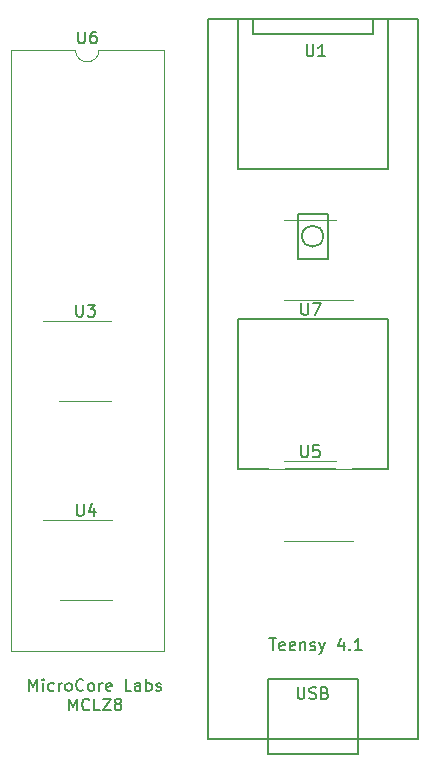
<source format=gto>
G04 #@! TF.GenerationSoftware,KiCad,Pcbnew,(5.1.8)-1*
G04 #@! TF.CreationDate,2022-03-12T16:36:43-08:00*
G04 #@! TF.ProjectId,MCLZ8_PCB,4d434c5a-385f-4504-9342-2e6b69636164,rev?*
G04 #@! TF.SameCoordinates,Original*
G04 #@! TF.FileFunction,Legend,Top*
G04 #@! TF.FilePolarity,Positive*
%FSLAX46Y46*%
G04 Gerber Fmt 4.6, Leading zero omitted, Abs format (unit mm)*
G04 Created by KiCad (PCBNEW (5.1.8)-1) date 2022-03-12 16:36:43*
%MOMM*%
%LPD*%
G01*
G04 APERTURE LIST*
%ADD10C,0.150000*%
%ADD11C,0.120000*%
%ADD12O,1.600000X1.600000*%
%ADD13R,1.600000X1.600000*%
%ADD14C,1.600000*%
G04 APERTURE END LIST*
D10*
X161942520Y-110864140D02*
X161942520Y-109864140D01*
X162275854Y-110578426D01*
X162609187Y-109864140D01*
X162609187Y-110864140D01*
X163085378Y-110864140D02*
X163085378Y-110197474D01*
X163085378Y-109864140D02*
X163037759Y-109911760D01*
X163085378Y-109959379D01*
X163132997Y-109911760D01*
X163085378Y-109864140D01*
X163085378Y-109959379D01*
X163990140Y-110816521D02*
X163894901Y-110864140D01*
X163704425Y-110864140D01*
X163609187Y-110816521D01*
X163561568Y-110768902D01*
X163513949Y-110673664D01*
X163513949Y-110387950D01*
X163561568Y-110292712D01*
X163609187Y-110245093D01*
X163704425Y-110197474D01*
X163894901Y-110197474D01*
X163990140Y-110245093D01*
X164418711Y-110864140D02*
X164418711Y-110197474D01*
X164418711Y-110387950D02*
X164466330Y-110292712D01*
X164513949Y-110245093D01*
X164609187Y-110197474D01*
X164704425Y-110197474D01*
X165180616Y-110864140D02*
X165085378Y-110816521D01*
X165037759Y-110768902D01*
X164990140Y-110673664D01*
X164990140Y-110387950D01*
X165037759Y-110292712D01*
X165085378Y-110245093D01*
X165180616Y-110197474D01*
X165323473Y-110197474D01*
X165418711Y-110245093D01*
X165466330Y-110292712D01*
X165513949Y-110387950D01*
X165513949Y-110673664D01*
X165466330Y-110768902D01*
X165418711Y-110816521D01*
X165323473Y-110864140D01*
X165180616Y-110864140D01*
X166513949Y-110768902D02*
X166466330Y-110816521D01*
X166323473Y-110864140D01*
X166228235Y-110864140D01*
X166085378Y-110816521D01*
X165990140Y-110721283D01*
X165942520Y-110626045D01*
X165894901Y-110435569D01*
X165894901Y-110292712D01*
X165942520Y-110102236D01*
X165990140Y-110006998D01*
X166085378Y-109911760D01*
X166228235Y-109864140D01*
X166323473Y-109864140D01*
X166466330Y-109911760D01*
X166513949Y-109959379D01*
X167085378Y-110864140D02*
X166990140Y-110816521D01*
X166942520Y-110768902D01*
X166894901Y-110673664D01*
X166894901Y-110387950D01*
X166942520Y-110292712D01*
X166990140Y-110245093D01*
X167085378Y-110197474D01*
X167228235Y-110197474D01*
X167323473Y-110245093D01*
X167371092Y-110292712D01*
X167418711Y-110387950D01*
X167418711Y-110673664D01*
X167371092Y-110768902D01*
X167323473Y-110816521D01*
X167228235Y-110864140D01*
X167085378Y-110864140D01*
X167847282Y-110864140D02*
X167847282Y-110197474D01*
X167847282Y-110387950D02*
X167894901Y-110292712D01*
X167942520Y-110245093D01*
X168037759Y-110197474D01*
X168132997Y-110197474D01*
X168847282Y-110816521D02*
X168752044Y-110864140D01*
X168561568Y-110864140D01*
X168466330Y-110816521D01*
X168418711Y-110721283D01*
X168418711Y-110340331D01*
X168466330Y-110245093D01*
X168561568Y-110197474D01*
X168752044Y-110197474D01*
X168847282Y-110245093D01*
X168894901Y-110340331D01*
X168894901Y-110435569D01*
X168418711Y-110530807D01*
X170561568Y-110864140D02*
X170085378Y-110864140D01*
X170085378Y-109864140D01*
X171323473Y-110864140D02*
X171323473Y-110340331D01*
X171275854Y-110245093D01*
X171180616Y-110197474D01*
X170990140Y-110197474D01*
X170894901Y-110245093D01*
X171323473Y-110816521D02*
X171228235Y-110864140D01*
X170990140Y-110864140D01*
X170894901Y-110816521D01*
X170847282Y-110721283D01*
X170847282Y-110626045D01*
X170894901Y-110530807D01*
X170990140Y-110483188D01*
X171228235Y-110483188D01*
X171323473Y-110435569D01*
X171799663Y-110864140D02*
X171799663Y-109864140D01*
X171799663Y-110245093D02*
X171894901Y-110197474D01*
X172085378Y-110197474D01*
X172180616Y-110245093D01*
X172228235Y-110292712D01*
X172275854Y-110387950D01*
X172275854Y-110673664D01*
X172228235Y-110768902D01*
X172180616Y-110816521D01*
X172085378Y-110864140D01*
X171894901Y-110864140D01*
X171799663Y-110816521D01*
X172656806Y-110816521D02*
X172752044Y-110864140D01*
X172942520Y-110864140D01*
X173037759Y-110816521D01*
X173085378Y-110721283D01*
X173085378Y-110673664D01*
X173037759Y-110578426D01*
X172942520Y-110530807D01*
X172799663Y-110530807D01*
X172704425Y-110483188D01*
X172656806Y-110387950D01*
X172656806Y-110340331D01*
X172704425Y-110245093D01*
X172799663Y-110197474D01*
X172942520Y-110197474D01*
X173037759Y-110245093D01*
X165299663Y-112514140D02*
X165299663Y-111514140D01*
X165632997Y-112228426D01*
X165966330Y-111514140D01*
X165966330Y-112514140D01*
X167013949Y-112418902D02*
X166966330Y-112466521D01*
X166823473Y-112514140D01*
X166728235Y-112514140D01*
X166585378Y-112466521D01*
X166490140Y-112371283D01*
X166442520Y-112276045D01*
X166394901Y-112085569D01*
X166394901Y-111942712D01*
X166442520Y-111752236D01*
X166490140Y-111656998D01*
X166585378Y-111561760D01*
X166728235Y-111514140D01*
X166823473Y-111514140D01*
X166966330Y-111561760D01*
X167013949Y-111609379D01*
X167918711Y-112514140D02*
X167442520Y-112514140D01*
X167442520Y-111514140D01*
X168156806Y-111514140D02*
X168823473Y-111514140D01*
X168156806Y-112514140D01*
X168823473Y-112514140D01*
X169347282Y-111942712D02*
X169252044Y-111895093D01*
X169204425Y-111847474D01*
X169156806Y-111752236D01*
X169156806Y-111704617D01*
X169204425Y-111609379D01*
X169252044Y-111561760D01*
X169347282Y-111514140D01*
X169537759Y-111514140D01*
X169632997Y-111561760D01*
X169680616Y-111609379D01*
X169728235Y-111704617D01*
X169728235Y-111752236D01*
X169680616Y-111847474D01*
X169632997Y-111895093D01*
X169537759Y-111942712D01*
X169347282Y-111942712D01*
X169252044Y-111990331D01*
X169204425Y-112037950D01*
X169156806Y-112133188D01*
X169156806Y-112323664D01*
X169204425Y-112418902D01*
X169252044Y-112466521D01*
X169347282Y-112514140D01*
X169537759Y-112514140D01*
X169632997Y-112466521D01*
X169680616Y-112418902D01*
X169728235Y-112323664D01*
X169728235Y-112133188D01*
X169680616Y-112037950D01*
X169632997Y-111990331D01*
X169537759Y-111942712D01*
D11*
X165832280Y-56599780D02*
X160372280Y-56599780D01*
X160372280Y-56599780D02*
X160372280Y-107519780D01*
X160372280Y-107519780D02*
X173292280Y-107519780D01*
X173292280Y-107519780D02*
X173292280Y-56599780D01*
X173292280Y-56599780D02*
X167832280Y-56599780D01*
X167832280Y-56599780D02*
G75*
G02*
X165832280Y-56599780I-1000000J0D01*
G01*
X185729880Y-70991280D02*
X183529880Y-70991280D01*
X185729880Y-70991280D02*
X187929880Y-70991280D01*
X185729880Y-77761280D02*
X183529880Y-77761280D01*
X185729880Y-77761280D02*
X189329880Y-77761280D01*
X185729880Y-91410340D02*
X183529880Y-91410340D01*
X185729880Y-91410340D02*
X187929880Y-91410340D01*
X185729880Y-98180340D02*
X183529880Y-98180340D01*
X185729880Y-98180340D02*
X189329880Y-98180340D01*
X166720520Y-103181600D02*
X168920520Y-103181600D01*
X166720520Y-103181600D02*
X164520520Y-103181600D01*
X166720520Y-96411600D02*
X168920520Y-96411600D01*
X166720520Y-96411600D02*
X163120520Y-96411600D01*
X166667180Y-86305840D02*
X168867180Y-86305840D01*
X166667180Y-86305840D02*
X164467180Y-86305840D01*
X166667180Y-79535840D02*
X168867180Y-79535840D01*
X166667180Y-79535840D02*
X163067180Y-79535840D01*
D10*
X194800220Y-114914680D02*
X177020220Y-114914680D01*
X194800220Y-53954680D02*
X194800220Y-114914680D01*
X177020220Y-53954680D02*
X194800220Y-53954680D01*
X177020220Y-114914680D02*
X177020220Y-53954680D01*
X189720220Y-109834680D02*
X189720220Y-114914680D01*
X182100220Y-109834680D02*
X182100220Y-114914680D01*
X189720220Y-109834680D02*
X182100220Y-109834680D01*
X182100220Y-116184680D02*
X182100220Y-114914680D01*
X189720220Y-116184680D02*
X182100220Y-116184680D01*
X189720220Y-114914680D02*
X189720220Y-116184680D01*
X179560220Y-53954680D02*
X179560220Y-66654680D01*
X179560220Y-66654680D02*
X192260220Y-66654680D01*
X192260220Y-66654680D02*
X192260220Y-53954680D01*
X180830220Y-53954680D02*
X180830220Y-55224680D01*
X180830220Y-55224680D02*
X190990220Y-55224680D01*
X190990220Y-55224680D02*
X190990220Y-53954680D01*
X184640220Y-70464680D02*
X187180220Y-70464680D01*
X187180220Y-70464680D02*
X187180220Y-74274680D01*
X187180220Y-74274680D02*
X184640220Y-74274680D01*
X184640220Y-74274680D02*
X184640220Y-70464680D01*
X192260220Y-92054680D02*
X192260220Y-79354680D01*
X192260220Y-79354680D02*
X179560220Y-79354680D01*
X179560220Y-79354680D02*
X179560220Y-92054680D01*
X179560220Y-92054680D02*
X192260220Y-92054680D01*
X186808246Y-72369680D02*
G75*
G03*
X186808246Y-72369680I-898026J0D01*
G01*
X166070375Y-55052160D02*
X166070375Y-55861684D01*
X166117994Y-55956922D01*
X166165613Y-56004541D01*
X166260851Y-56052160D01*
X166451327Y-56052160D01*
X166546565Y-56004541D01*
X166594184Y-55956922D01*
X166641803Y-55861684D01*
X166641803Y-55052160D01*
X167546565Y-55052160D02*
X167356089Y-55052160D01*
X167260851Y-55099780D01*
X167213232Y-55147399D01*
X167117994Y-55290256D01*
X167070375Y-55480732D01*
X167070375Y-55861684D01*
X167117994Y-55956922D01*
X167165613Y-56004541D01*
X167260851Y-56052160D01*
X167451327Y-56052160D01*
X167546565Y-56004541D01*
X167594184Y-55956922D01*
X167641803Y-55861684D01*
X167641803Y-55623589D01*
X167594184Y-55528351D01*
X167546565Y-55480732D01*
X167451327Y-55433113D01*
X167260851Y-55433113D01*
X167165613Y-55480732D01*
X167117994Y-55528351D01*
X167070375Y-55623589D01*
X184967975Y-78028660D02*
X184967975Y-78838184D01*
X185015594Y-78933422D01*
X185063213Y-78981041D01*
X185158451Y-79028660D01*
X185348927Y-79028660D01*
X185444165Y-78981041D01*
X185491784Y-78933422D01*
X185539403Y-78838184D01*
X185539403Y-78028660D01*
X185920356Y-78028660D02*
X186587022Y-78028660D01*
X186158451Y-79028660D01*
X184942575Y-90074500D02*
X184942575Y-90884024D01*
X184990194Y-90979262D01*
X185037813Y-91026881D01*
X185133051Y-91074500D01*
X185323527Y-91074500D01*
X185418765Y-91026881D01*
X185466384Y-90979262D01*
X185514003Y-90884024D01*
X185514003Y-90074500D01*
X186466384Y-90074500D02*
X185990194Y-90074500D01*
X185942575Y-90550691D01*
X185990194Y-90503072D01*
X186085432Y-90455453D01*
X186323527Y-90455453D01*
X186418765Y-90503072D01*
X186466384Y-90550691D01*
X186514003Y-90645929D01*
X186514003Y-90884024D01*
X186466384Y-90979262D01*
X186418765Y-91026881D01*
X186323527Y-91074500D01*
X186085432Y-91074500D01*
X185990194Y-91026881D01*
X185942575Y-90979262D01*
X165958615Y-95048980D02*
X165958615Y-95858504D01*
X166006234Y-95953742D01*
X166053853Y-96001361D01*
X166149091Y-96048980D01*
X166339567Y-96048980D01*
X166434805Y-96001361D01*
X166482424Y-95953742D01*
X166530043Y-95858504D01*
X166530043Y-95048980D01*
X167434805Y-95382314D02*
X167434805Y-96048980D01*
X167196710Y-95001361D02*
X166958615Y-95715647D01*
X167577662Y-95715647D01*
X165905275Y-78173220D02*
X165905275Y-78982744D01*
X165952894Y-79077982D01*
X166000513Y-79125601D01*
X166095751Y-79173220D01*
X166286227Y-79173220D01*
X166381465Y-79125601D01*
X166429084Y-79077982D01*
X166476703Y-78982744D01*
X166476703Y-78173220D01*
X166857656Y-78173220D02*
X167476703Y-78173220D01*
X167143370Y-78554173D01*
X167286227Y-78554173D01*
X167381465Y-78601792D01*
X167429084Y-78649411D01*
X167476703Y-78744649D01*
X167476703Y-78982744D01*
X167429084Y-79077982D01*
X167381465Y-79125601D01*
X167286227Y-79173220D01*
X167000513Y-79173220D01*
X166905275Y-79125601D01*
X166857656Y-79077982D01*
X185399775Y-56122320D02*
X185399775Y-56931844D01*
X185447394Y-57027082D01*
X185495013Y-57074701D01*
X185590251Y-57122320D01*
X185780727Y-57122320D01*
X185875965Y-57074701D01*
X185923584Y-57027082D01*
X185971203Y-56931844D01*
X185971203Y-56122320D01*
X186971203Y-57122320D02*
X186399775Y-57122320D01*
X186685489Y-57122320D02*
X186685489Y-56122320D01*
X186590251Y-56265178D01*
X186495013Y-56360416D01*
X186399775Y-56408035D01*
X184648315Y-110557060D02*
X184648315Y-111366584D01*
X184695934Y-111461822D01*
X184743553Y-111509441D01*
X184838791Y-111557060D01*
X185029267Y-111557060D01*
X185124505Y-111509441D01*
X185172124Y-111461822D01*
X185219743Y-111366584D01*
X185219743Y-110557060D01*
X185648315Y-111509441D02*
X185791172Y-111557060D01*
X186029267Y-111557060D01*
X186124505Y-111509441D01*
X186172124Y-111461822D01*
X186219743Y-111366584D01*
X186219743Y-111271346D01*
X186172124Y-111176108D01*
X186124505Y-111128489D01*
X186029267Y-111080870D01*
X185838791Y-111033251D01*
X185743553Y-110985632D01*
X185695934Y-110938013D01*
X185648315Y-110842775D01*
X185648315Y-110747537D01*
X185695934Y-110652299D01*
X185743553Y-110604680D01*
X185838791Y-110557060D01*
X186076886Y-110557060D01*
X186219743Y-110604680D01*
X186981648Y-111033251D02*
X187124505Y-111080870D01*
X187172124Y-111128489D01*
X187219743Y-111223727D01*
X187219743Y-111366584D01*
X187172124Y-111461822D01*
X187124505Y-111509441D01*
X187029267Y-111557060D01*
X186648315Y-111557060D01*
X186648315Y-110557060D01*
X186981648Y-110557060D01*
X187076886Y-110604680D01*
X187124505Y-110652299D01*
X187172124Y-110747537D01*
X187172124Y-110842775D01*
X187124505Y-110938013D01*
X187076886Y-110985632D01*
X186981648Y-111033251D01*
X186648315Y-111033251D01*
X182249939Y-106411780D02*
X182821367Y-106411780D01*
X182535653Y-107411780D02*
X182535653Y-106411780D01*
X183535653Y-107364161D02*
X183440415Y-107411780D01*
X183249939Y-107411780D01*
X183154700Y-107364161D01*
X183107081Y-107268923D01*
X183107081Y-106887971D01*
X183154700Y-106792733D01*
X183249939Y-106745114D01*
X183440415Y-106745114D01*
X183535653Y-106792733D01*
X183583272Y-106887971D01*
X183583272Y-106983209D01*
X183107081Y-107078447D01*
X184392796Y-107364161D02*
X184297558Y-107411780D01*
X184107081Y-107411780D01*
X184011843Y-107364161D01*
X183964224Y-107268923D01*
X183964224Y-106887971D01*
X184011843Y-106792733D01*
X184107081Y-106745114D01*
X184297558Y-106745114D01*
X184392796Y-106792733D01*
X184440415Y-106887971D01*
X184440415Y-106983209D01*
X183964224Y-107078447D01*
X184868986Y-106745114D02*
X184868986Y-107411780D01*
X184868986Y-106840352D02*
X184916605Y-106792733D01*
X185011843Y-106745114D01*
X185154700Y-106745114D01*
X185249939Y-106792733D01*
X185297558Y-106887971D01*
X185297558Y-107411780D01*
X185726129Y-107364161D02*
X185821367Y-107411780D01*
X186011843Y-107411780D01*
X186107081Y-107364161D01*
X186154700Y-107268923D01*
X186154700Y-107221304D01*
X186107081Y-107126066D01*
X186011843Y-107078447D01*
X185868986Y-107078447D01*
X185773748Y-107030828D01*
X185726129Y-106935590D01*
X185726129Y-106887971D01*
X185773748Y-106792733D01*
X185868986Y-106745114D01*
X186011843Y-106745114D01*
X186107081Y-106792733D01*
X186488034Y-106745114D02*
X186726129Y-107411780D01*
X186964224Y-106745114D02*
X186726129Y-107411780D01*
X186630891Y-107649876D01*
X186583272Y-107697495D01*
X186488034Y-107745114D01*
X188535653Y-106745114D02*
X188535653Y-107411780D01*
X188297558Y-106364161D02*
X188059462Y-107078447D01*
X188678510Y-107078447D01*
X189059462Y-107316542D02*
X189107081Y-107364161D01*
X189059462Y-107411780D01*
X189011843Y-107364161D01*
X189059462Y-107316542D01*
X189059462Y-107411780D01*
X190059462Y-107411780D02*
X189488034Y-107411780D01*
X189773748Y-107411780D02*
X189773748Y-106411780D01*
X189678510Y-106554638D01*
X189583272Y-106649876D01*
X189488034Y-106697495D01*
%LPC*%
D12*
X174452280Y-57929780D03*
X159212280Y-106189780D03*
X174452280Y-60469780D03*
X159212280Y-103649780D03*
X174452280Y-63009780D03*
X159212280Y-101109780D03*
X174452280Y-65549780D03*
X159212280Y-98569780D03*
X174452280Y-68089780D03*
X159212280Y-96029780D03*
X174452280Y-70629780D03*
X159212280Y-93489780D03*
X174452280Y-73169780D03*
X159212280Y-90949780D03*
X174452280Y-75709780D03*
X159212280Y-88409780D03*
X174452280Y-78249780D03*
X159212280Y-85869780D03*
X174452280Y-80789780D03*
X159212280Y-83329780D03*
X174452280Y-83329780D03*
X159212280Y-80789780D03*
X174452280Y-85869780D03*
X159212280Y-78249780D03*
X174452280Y-88409780D03*
X159212280Y-75709780D03*
X174452280Y-90949780D03*
X159212280Y-73169780D03*
X174452280Y-93489780D03*
X159212280Y-70629780D03*
X174452280Y-96029780D03*
X159212280Y-68089780D03*
X174452280Y-98569780D03*
X159212280Y-65549780D03*
X174452280Y-101109780D03*
X159212280Y-63009780D03*
X174452280Y-103649780D03*
X159212280Y-60469780D03*
X174452280Y-106189780D03*
D13*
X159212280Y-57929780D03*
G36*
G01*
X183604880Y-77201280D02*
X183604880Y-77401280D01*
G75*
G02*
X183504880Y-77501280I-100000J0D01*
G01*
X182229880Y-77501280D01*
G75*
G02*
X182129880Y-77401280I0J100000D01*
G01*
X182129880Y-77201280D01*
G75*
G02*
X182229880Y-77101280I100000J0D01*
G01*
X183504880Y-77101280D01*
G75*
G02*
X183604880Y-77201280I0J-100000D01*
G01*
G37*
G36*
G01*
X183604880Y-76551280D02*
X183604880Y-76751280D01*
G75*
G02*
X183504880Y-76851280I-100000J0D01*
G01*
X182229880Y-76851280D01*
G75*
G02*
X182129880Y-76751280I0J100000D01*
G01*
X182129880Y-76551280D01*
G75*
G02*
X182229880Y-76451280I100000J0D01*
G01*
X183504880Y-76451280D01*
G75*
G02*
X183604880Y-76551280I0J-100000D01*
G01*
G37*
G36*
G01*
X183604880Y-75901280D02*
X183604880Y-76101280D01*
G75*
G02*
X183504880Y-76201280I-100000J0D01*
G01*
X182229880Y-76201280D01*
G75*
G02*
X182129880Y-76101280I0J100000D01*
G01*
X182129880Y-75901280D01*
G75*
G02*
X182229880Y-75801280I100000J0D01*
G01*
X183504880Y-75801280D01*
G75*
G02*
X183604880Y-75901280I0J-100000D01*
G01*
G37*
G36*
G01*
X183604880Y-75251280D02*
X183604880Y-75451280D01*
G75*
G02*
X183504880Y-75551280I-100000J0D01*
G01*
X182229880Y-75551280D01*
G75*
G02*
X182129880Y-75451280I0J100000D01*
G01*
X182129880Y-75251280D01*
G75*
G02*
X182229880Y-75151280I100000J0D01*
G01*
X183504880Y-75151280D01*
G75*
G02*
X183604880Y-75251280I0J-100000D01*
G01*
G37*
G36*
G01*
X183604880Y-74601280D02*
X183604880Y-74801280D01*
G75*
G02*
X183504880Y-74901280I-100000J0D01*
G01*
X182229880Y-74901280D01*
G75*
G02*
X182129880Y-74801280I0J100000D01*
G01*
X182129880Y-74601280D01*
G75*
G02*
X182229880Y-74501280I100000J0D01*
G01*
X183504880Y-74501280D01*
G75*
G02*
X183604880Y-74601280I0J-100000D01*
G01*
G37*
G36*
G01*
X183604880Y-73951280D02*
X183604880Y-74151280D01*
G75*
G02*
X183504880Y-74251280I-100000J0D01*
G01*
X182229880Y-74251280D01*
G75*
G02*
X182129880Y-74151280I0J100000D01*
G01*
X182129880Y-73951280D01*
G75*
G02*
X182229880Y-73851280I100000J0D01*
G01*
X183504880Y-73851280D01*
G75*
G02*
X183604880Y-73951280I0J-100000D01*
G01*
G37*
G36*
G01*
X183604880Y-73301280D02*
X183604880Y-73501280D01*
G75*
G02*
X183504880Y-73601280I-100000J0D01*
G01*
X182229880Y-73601280D01*
G75*
G02*
X182129880Y-73501280I0J100000D01*
G01*
X182129880Y-73301280D01*
G75*
G02*
X182229880Y-73201280I100000J0D01*
G01*
X183504880Y-73201280D01*
G75*
G02*
X183604880Y-73301280I0J-100000D01*
G01*
G37*
G36*
G01*
X183604880Y-72651280D02*
X183604880Y-72851280D01*
G75*
G02*
X183504880Y-72951280I-100000J0D01*
G01*
X182229880Y-72951280D01*
G75*
G02*
X182129880Y-72851280I0J100000D01*
G01*
X182129880Y-72651280D01*
G75*
G02*
X182229880Y-72551280I100000J0D01*
G01*
X183504880Y-72551280D01*
G75*
G02*
X183604880Y-72651280I0J-100000D01*
G01*
G37*
G36*
G01*
X183604880Y-72001280D02*
X183604880Y-72201280D01*
G75*
G02*
X183504880Y-72301280I-100000J0D01*
G01*
X182229880Y-72301280D01*
G75*
G02*
X182129880Y-72201280I0J100000D01*
G01*
X182129880Y-72001280D01*
G75*
G02*
X182229880Y-71901280I100000J0D01*
G01*
X183504880Y-71901280D01*
G75*
G02*
X183604880Y-72001280I0J-100000D01*
G01*
G37*
G36*
G01*
X183604880Y-71351280D02*
X183604880Y-71551280D01*
G75*
G02*
X183504880Y-71651280I-100000J0D01*
G01*
X182229880Y-71651280D01*
G75*
G02*
X182129880Y-71551280I0J100000D01*
G01*
X182129880Y-71351280D01*
G75*
G02*
X182229880Y-71251280I100000J0D01*
G01*
X183504880Y-71251280D01*
G75*
G02*
X183604880Y-71351280I0J-100000D01*
G01*
G37*
G36*
G01*
X189329880Y-71351280D02*
X189329880Y-71551280D01*
G75*
G02*
X189229880Y-71651280I-100000J0D01*
G01*
X187954880Y-71651280D01*
G75*
G02*
X187854880Y-71551280I0J100000D01*
G01*
X187854880Y-71351280D01*
G75*
G02*
X187954880Y-71251280I100000J0D01*
G01*
X189229880Y-71251280D01*
G75*
G02*
X189329880Y-71351280I0J-100000D01*
G01*
G37*
G36*
G01*
X189329880Y-72001280D02*
X189329880Y-72201280D01*
G75*
G02*
X189229880Y-72301280I-100000J0D01*
G01*
X187954880Y-72301280D01*
G75*
G02*
X187854880Y-72201280I0J100000D01*
G01*
X187854880Y-72001280D01*
G75*
G02*
X187954880Y-71901280I100000J0D01*
G01*
X189229880Y-71901280D01*
G75*
G02*
X189329880Y-72001280I0J-100000D01*
G01*
G37*
G36*
G01*
X189329880Y-72651280D02*
X189329880Y-72851280D01*
G75*
G02*
X189229880Y-72951280I-100000J0D01*
G01*
X187954880Y-72951280D01*
G75*
G02*
X187854880Y-72851280I0J100000D01*
G01*
X187854880Y-72651280D01*
G75*
G02*
X187954880Y-72551280I100000J0D01*
G01*
X189229880Y-72551280D01*
G75*
G02*
X189329880Y-72651280I0J-100000D01*
G01*
G37*
G36*
G01*
X189329880Y-73301280D02*
X189329880Y-73501280D01*
G75*
G02*
X189229880Y-73601280I-100000J0D01*
G01*
X187954880Y-73601280D01*
G75*
G02*
X187854880Y-73501280I0J100000D01*
G01*
X187854880Y-73301280D01*
G75*
G02*
X187954880Y-73201280I100000J0D01*
G01*
X189229880Y-73201280D01*
G75*
G02*
X189329880Y-73301280I0J-100000D01*
G01*
G37*
G36*
G01*
X189329880Y-73951280D02*
X189329880Y-74151280D01*
G75*
G02*
X189229880Y-74251280I-100000J0D01*
G01*
X187954880Y-74251280D01*
G75*
G02*
X187854880Y-74151280I0J100000D01*
G01*
X187854880Y-73951280D01*
G75*
G02*
X187954880Y-73851280I100000J0D01*
G01*
X189229880Y-73851280D01*
G75*
G02*
X189329880Y-73951280I0J-100000D01*
G01*
G37*
G36*
G01*
X189329880Y-74601280D02*
X189329880Y-74801280D01*
G75*
G02*
X189229880Y-74901280I-100000J0D01*
G01*
X187954880Y-74901280D01*
G75*
G02*
X187854880Y-74801280I0J100000D01*
G01*
X187854880Y-74601280D01*
G75*
G02*
X187954880Y-74501280I100000J0D01*
G01*
X189229880Y-74501280D01*
G75*
G02*
X189329880Y-74601280I0J-100000D01*
G01*
G37*
G36*
G01*
X189329880Y-75251280D02*
X189329880Y-75451280D01*
G75*
G02*
X189229880Y-75551280I-100000J0D01*
G01*
X187954880Y-75551280D01*
G75*
G02*
X187854880Y-75451280I0J100000D01*
G01*
X187854880Y-75251280D01*
G75*
G02*
X187954880Y-75151280I100000J0D01*
G01*
X189229880Y-75151280D01*
G75*
G02*
X189329880Y-75251280I0J-100000D01*
G01*
G37*
G36*
G01*
X189329880Y-75901280D02*
X189329880Y-76101280D01*
G75*
G02*
X189229880Y-76201280I-100000J0D01*
G01*
X187954880Y-76201280D01*
G75*
G02*
X187854880Y-76101280I0J100000D01*
G01*
X187854880Y-75901280D01*
G75*
G02*
X187954880Y-75801280I100000J0D01*
G01*
X189229880Y-75801280D01*
G75*
G02*
X189329880Y-75901280I0J-100000D01*
G01*
G37*
G36*
G01*
X189329880Y-76551280D02*
X189329880Y-76751280D01*
G75*
G02*
X189229880Y-76851280I-100000J0D01*
G01*
X187954880Y-76851280D01*
G75*
G02*
X187854880Y-76751280I0J100000D01*
G01*
X187854880Y-76551280D01*
G75*
G02*
X187954880Y-76451280I100000J0D01*
G01*
X189229880Y-76451280D01*
G75*
G02*
X189329880Y-76551280I0J-100000D01*
G01*
G37*
G36*
G01*
X189329880Y-77201280D02*
X189329880Y-77401280D01*
G75*
G02*
X189229880Y-77501280I-100000J0D01*
G01*
X187954880Y-77501280D01*
G75*
G02*
X187854880Y-77401280I0J100000D01*
G01*
X187854880Y-77201280D01*
G75*
G02*
X187954880Y-77101280I100000J0D01*
G01*
X189229880Y-77101280D01*
G75*
G02*
X189329880Y-77201280I0J-100000D01*
G01*
G37*
G36*
G01*
X183604880Y-97620340D02*
X183604880Y-97820340D01*
G75*
G02*
X183504880Y-97920340I-100000J0D01*
G01*
X182229880Y-97920340D01*
G75*
G02*
X182129880Y-97820340I0J100000D01*
G01*
X182129880Y-97620340D01*
G75*
G02*
X182229880Y-97520340I100000J0D01*
G01*
X183504880Y-97520340D01*
G75*
G02*
X183604880Y-97620340I0J-100000D01*
G01*
G37*
G36*
G01*
X183604880Y-96970340D02*
X183604880Y-97170340D01*
G75*
G02*
X183504880Y-97270340I-100000J0D01*
G01*
X182229880Y-97270340D01*
G75*
G02*
X182129880Y-97170340I0J100000D01*
G01*
X182129880Y-96970340D01*
G75*
G02*
X182229880Y-96870340I100000J0D01*
G01*
X183504880Y-96870340D01*
G75*
G02*
X183604880Y-96970340I0J-100000D01*
G01*
G37*
G36*
G01*
X183604880Y-96320340D02*
X183604880Y-96520340D01*
G75*
G02*
X183504880Y-96620340I-100000J0D01*
G01*
X182229880Y-96620340D01*
G75*
G02*
X182129880Y-96520340I0J100000D01*
G01*
X182129880Y-96320340D01*
G75*
G02*
X182229880Y-96220340I100000J0D01*
G01*
X183504880Y-96220340D01*
G75*
G02*
X183604880Y-96320340I0J-100000D01*
G01*
G37*
G36*
G01*
X183604880Y-95670340D02*
X183604880Y-95870340D01*
G75*
G02*
X183504880Y-95970340I-100000J0D01*
G01*
X182229880Y-95970340D01*
G75*
G02*
X182129880Y-95870340I0J100000D01*
G01*
X182129880Y-95670340D01*
G75*
G02*
X182229880Y-95570340I100000J0D01*
G01*
X183504880Y-95570340D01*
G75*
G02*
X183604880Y-95670340I0J-100000D01*
G01*
G37*
G36*
G01*
X183604880Y-95020340D02*
X183604880Y-95220340D01*
G75*
G02*
X183504880Y-95320340I-100000J0D01*
G01*
X182229880Y-95320340D01*
G75*
G02*
X182129880Y-95220340I0J100000D01*
G01*
X182129880Y-95020340D01*
G75*
G02*
X182229880Y-94920340I100000J0D01*
G01*
X183504880Y-94920340D01*
G75*
G02*
X183604880Y-95020340I0J-100000D01*
G01*
G37*
G36*
G01*
X183604880Y-94370340D02*
X183604880Y-94570340D01*
G75*
G02*
X183504880Y-94670340I-100000J0D01*
G01*
X182229880Y-94670340D01*
G75*
G02*
X182129880Y-94570340I0J100000D01*
G01*
X182129880Y-94370340D01*
G75*
G02*
X182229880Y-94270340I100000J0D01*
G01*
X183504880Y-94270340D01*
G75*
G02*
X183604880Y-94370340I0J-100000D01*
G01*
G37*
G36*
G01*
X183604880Y-93720340D02*
X183604880Y-93920340D01*
G75*
G02*
X183504880Y-94020340I-100000J0D01*
G01*
X182229880Y-94020340D01*
G75*
G02*
X182129880Y-93920340I0J100000D01*
G01*
X182129880Y-93720340D01*
G75*
G02*
X182229880Y-93620340I100000J0D01*
G01*
X183504880Y-93620340D01*
G75*
G02*
X183604880Y-93720340I0J-100000D01*
G01*
G37*
G36*
G01*
X183604880Y-93070340D02*
X183604880Y-93270340D01*
G75*
G02*
X183504880Y-93370340I-100000J0D01*
G01*
X182229880Y-93370340D01*
G75*
G02*
X182129880Y-93270340I0J100000D01*
G01*
X182129880Y-93070340D01*
G75*
G02*
X182229880Y-92970340I100000J0D01*
G01*
X183504880Y-92970340D01*
G75*
G02*
X183604880Y-93070340I0J-100000D01*
G01*
G37*
G36*
G01*
X183604880Y-92420340D02*
X183604880Y-92620340D01*
G75*
G02*
X183504880Y-92720340I-100000J0D01*
G01*
X182229880Y-92720340D01*
G75*
G02*
X182129880Y-92620340I0J100000D01*
G01*
X182129880Y-92420340D01*
G75*
G02*
X182229880Y-92320340I100000J0D01*
G01*
X183504880Y-92320340D01*
G75*
G02*
X183604880Y-92420340I0J-100000D01*
G01*
G37*
G36*
G01*
X183604880Y-91770340D02*
X183604880Y-91970340D01*
G75*
G02*
X183504880Y-92070340I-100000J0D01*
G01*
X182229880Y-92070340D01*
G75*
G02*
X182129880Y-91970340I0J100000D01*
G01*
X182129880Y-91770340D01*
G75*
G02*
X182229880Y-91670340I100000J0D01*
G01*
X183504880Y-91670340D01*
G75*
G02*
X183604880Y-91770340I0J-100000D01*
G01*
G37*
G36*
G01*
X189329880Y-91770340D02*
X189329880Y-91970340D01*
G75*
G02*
X189229880Y-92070340I-100000J0D01*
G01*
X187954880Y-92070340D01*
G75*
G02*
X187854880Y-91970340I0J100000D01*
G01*
X187854880Y-91770340D01*
G75*
G02*
X187954880Y-91670340I100000J0D01*
G01*
X189229880Y-91670340D01*
G75*
G02*
X189329880Y-91770340I0J-100000D01*
G01*
G37*
G36*
G01*
X189329880Y-92420340D02*
X189329880Y-92620340D01*
G75*
G02*
X189229880Y-92720340I-100000J0D01*
G01*
X187954880Y-92720340D01*
G75*
G02*
X187854880Y-92620340I0J100000D01*
G01*
X187854880Y-92420340D01*
G75*
G02*
X187954880Y-92320340I100000J0D01*
G01*
X189229880Y-92320340D01*
G75*
G02*
X189329880Y-92420340I0J-100000D01*
G01*
G37*
G36*
G01*
X189329880Y-93070340D02*
X189329880Y-93270340D01*
G75*
G02*
X189229880Y-93370340I-100000J0D01*
G01*
X187954880Y-93370340D01*
G75*
G02*
X187854880Y-93270340I0J100000D01*
G01*
X187854880Y-93070340D01*
G75*
G02*
X187954880Y-92970340I100000J0D01*
G01*
X189229880Y-92970340D01*
G75*
G02*
X189329880Y-93070340I0J-100000D01*
G01*
G37*
G36*
G01*
X189329880Y-93720340D02*
X189329880Y-93920340D01*
G75*
G02*
X189229880Y-94020340I-100000J0D01*
G01*
X187954880Y-94020340D01*
G75*
G02*
X187854880Y-93920340I0J100000D01*
G01*
X187854880Y-93720340D01*
G75*
G02*
X187954880Y-93620340I100000J0D01*
G01*
X189229880Y-93620340D01*
G75*
G02*
X189329880Y-93720340I0J-100000D01*
G01*
G37*
G36*
G01*
X189329880Y-94370340D02*
X189329880Y-94570340D01*
G75*
G02*
X189229880Y-94670340I-100000J0D01*
G01*
X187954880Y-94670340D01*
G75*
G02*
X187854880Y-94570340I0J100000D01*
G01*
X187854880Y-94370340D01*
G75*
G02*
X187954880Y-94270340I100000J0D01*
G01*
X189229880Y-94270340D01*
G75*
G02*
X189329880Y-94370340I0J-100000D01*
G01*
G37*
G36*
G01*
X189329880Y-95020340D02*
X189329880Y-95220340D01*
G75*
G02*
X189229880Y-95320340I-100000J0D01*
G01*
X187954880Y-95320340D01*
G75*
G02*
X187854880Y-95220340I0J100000D01*
G01*
X187854880Y-95020340D01*
G75*
G02*
X187954880Y-94920340I100000J0D01*
G01*
X189229880Y-94920340D01*
G75*
G02*
X189329880Y-95020340I0J-100000D01*
G01*
G37*
G36*
G01*
X189329880Y-95670340D02*
X189329880Y-95870340D01*
G75*
G02*
X189229880Y-95970340I-100000J0D01*
G01*
X187954880Y-95970340D01*
G75*
G02*
X187854880Y-95870340I0J100000D01*
G01*
X187854880Y-95670340D01*
G75*
G02*
X187954880Y-95570340I100000J0D01*
G01*
X189229880Y-95570340D01*
G75*
G02*
X189329880Y-95670340I0J-100000D01*
G01*
G37*
G36*
G01*
X189329880Y-96320340D02*
X189329880Y-96520340D01*
G75*
G02*
X189229880Y-96620340I-100000J0D01*
G01*
X187954880Y-96620340D01*
G75*
G02*
X187854880Y-96520340I0J100000D01*
G01*
X187854880Y-96320340D01*
G75*
G02*
X187954880Y-96220340I100000J0D01*
G01*
X189229880Y-96220340D01*
G75*
G02*
X189329880Y-96320340I0J-100000D01*
G01*
G37*
G36*
G01*
X189329880Y-96970340D02*
X189329880Y-97170340D01*
G75*
G02*
X189229880Y-97270340I-100000J0D01*
G01*
X187954880Y-97270340D01*
G75*
G02*
X187854880Y-97170340I0J100000D01*
G01*
X187854880Y-96970340D01*
G75*
G02*
X187954880Y-96870340I100000J0D01*
G01*
X189229880Y-96870340D01*
G75*
G02*
X189329880Y-96970340I0J-100000D01*
G01*
G37*
G36*
G01*
X189329880Y-97620340D02*
X189329880Y-97820340D01*
G75*
G02*
X189229880Y-97920340I-100000J0D01*
G01*
X187954880Y-97920340D01*
G75*
G02*
X187854880Y-97820340I0J100000D01*
G01*
X187854880Y-97620340D01*
G75*
G02*
X187954880Y-97520340I100000J0D01*
G01*
X189229880Y-97520340D01*
G75*
G02*
X189329880Y-97620340I0J-100000D01*
G01*
G37*
G36*
G01*
X168845520Y-96971600D02*
X168845520Y-96771600D01*
G75*
G02*
X168945520Y-96671600I100000J0D01*
G01*
X170220520Y-96671600D01*
G75*
G02*
X170320520Y-96771600I0J-100000D01*
G01*
X170320520Y-96971600D01*
G75*
G02*
X170220520Y-97071600I-100000J0D01*
G01*
X168945520Y-97071600D01*
G75*
G02*
X168845520Y-96971600I0J100000D01*
G01*
G37*
G36*
G01*
X168845520Y-97621600D02*
X168845520Y-97421600D01*
G75*
G02*
X168945520Y-97321600I100000J0D01*
G01*
X170220520Y-97321600D01*
G75*
G02*
X170320520Y-97421600I0J-100000D01*
G01*
X170320520Y-97621600D01*
G75*
G02*
X170220520Y-97721600I-100000J0D01*
G01*
X168945520Y-97721600D01*
G75*
G02*
X168845520Y-97621600I0J100000D01*
G01*
G37*
G36*
G01*
X168845520Y-98271600D02*
X168845520Y-98071600D01*
G75*
G02*
X168945520Y-97971600I100000J0D01*
G01*
X170220520Y-97971600D01*
G75*
G02*
X170320520Y-98071600I0J-100000D01*
G01*
X170320520Y-98271600D01*
G75*
G02*
X170220520Y-98371600I-100000J0D01*
G01*
X168945520Y-98371600D01*
G75*
G02*
X168845520Y-98271600I0J100000D01*
G01*
G37*
G36*
G01*
X168845520Y-98921600D02*
X168845520Y-98721600D01*
G75*
G02*
X168945520Y-98621600I100000J0D01*
G01*
X170220520Y-98621600D01*
G75*
G02*
X170320520Y-98721600I0J-100000D01*
G01*
X170320520Y-98921600D01*
G75*
G02*
X170220520Y-99021600I-100000J0D01*
G01*
X168945520Y-99021600D01*
G75*
G02*
X168845520Y-98921600I0J100000D01*
G01*
G37*
G36*
G01*
X168845520Y-99571600D02*
X168845520Y-99371600D01*
G75*
G02*
X168945520Y-99271600I100000J0D01*
G01*
X170220520Y-99271600D01*
G75*
G02*
X170320520Y-99371600I0J-100000D01*
G01*
X170320520Y-99571600D01*
G75*
G02*
X170220520Y-99671600I-100000J0D01*
G01*
X168945520Y-99671600D01*
G75*
G02*
X168845520Y-99571600I0J100000D01*
G01*
G37*
G36*
G01*
X168845520Y-100221600D02*
X168845520Y-100021600D01*
G75*
G02*
X168945520Y-99921600I100000J0D01*
G01*
X170220520Y-99921600D01*
G75*
G02*
X170320520Y-100021600I0J-100000D01*
G01*
X170320520Y-100221600D01*
G75*
G02*
X170220520Y-100321600I-100000J0D01*
G01*
X168945520Y-100321600D01*
G75*
G02*
X168845520Y-100221600I0J100000D01*
G01*
G37*
G36*
G01*
X168845520Y-100871600D02*
X168845520Y-100671600D01*
G75*
G02*
X168945520Y-100571600I100000J0D01*
G01*
X170220520Y-100571600D01*
G75*
G02*
X170320520Y-100671600I0J-100000D01*
G01*
X170320520Y-100871600D01*
G75*
G02*
X170220520Y-100971600I-100000J0D01*
G01*
X168945520Y-100971600D01*
G75*
G02*
X168845520Y-100871600I0J100000D01*
G01*
G37*
G36*
G01*
X168845520Y-101521600D02*
X168845520Y-101321600D01*
G75*
G02*
X168945520Y-101221600I100000J0D01*
G01*
X170220520Y-101221600D01*
G75*
G02*
X170320520Y-101321600I0J-100000D01*
G01*
X170320520Y-101521600D01*
G75*
G02*
X170220520Y-101621600I-100000J0D01*
G01*
X168945520Y-101621600D01*
G75*
G02*
X168845520Y-101521600I0J100000D01*
G01*
G37*
G36*
G01*
X168845520Y-102171600D02*
X168845520Y-101971600D01*
G75*
G02*
X168945520Y-101871600I100000J0D01*
G01*
X170220520Y-101871600D01*
G75*
G02*
X170320520Y-101971600I0J-100000D01*
G01*
X170320520Y-102171600D01*
G75*
G02*
X170220520Y-102271600I-100000J0D01*
G01*
X168945520Y-102271600D01*
G75*
G02*
X168845520Y-102171600I0J100000D01*
G01*
G37*
G36*
G01*
X168845520Y-102821600D02*
X168845520Y-102621600D01*
G75*
G02*
X168945520Y-102521600I100000J0D01*
G01*
X170220520Y-102521600D01*
G75*
G02*
X170320520Y-102621600I0J-100000D01*
G01*
X170320520Y-102821600D01*
G75*
G02*
X170220520Y-102921600I-100000J0D01*
G01*
X168945520Y-102921600D01*
G75*
G02*
X168845520Y-102821600I0J100000D01*
G01*
G37*
G36*
G01*
X163120520Y-102821600D02*
X163120520Y-102621600D01*
G75*
G02*
X163220520Y-102521600I100000J0D01*
G01*
X164495520Y-102521600D01*
G75*
G02*
X164595520Y-102621600I0J-100000D01*
G01*
X164595520Y-102821600D01*
G75*
G02*
X164495520Y-102921600I-100000J0D01*
G01*
X163220520Y-102921600D01*
G75*
G02*
X163120520Y-102821600I0J100000D01*
G01*
G37*
G36*
G01*
X163120520Y-102171600D02*
X163120520Y-101971600D01*
G75*
G02*
X163220520Y-101871600I100000J0D01*
G01*
X164495520Y-101871600D01*
G75*
G02*
X164595520Y-101971600I0J-100000D01*
G01*
X164595520Y-102171600D01*
G75*
G02*
X164495520Y-102271600I-100000J0D01*
G01*
X163220520Y-102271600D01*
G75*
G02*
X163120520Y-102171600I0J100000D01*
G01*
G37*
G36*
G01*
X163120520Y-101521600D02*
X163120520Y-101321600D01*
G75*
G02*
X163220520Y-101221600I100000J0D01*
G01*
X164495520Y-101221600D01*
G75*
G02*
X164595520Y-101321600I0J-100000D01*
G01*
X164595520Y-101521600D01*
G75*
G02*
X164495520Y-101621600I-100000J0D01*
G01*
X163220520Y-101621600D01*
G75*
G02*
X163120520Y-101521600I0J100000D01*
G01*
G37*
G36*
G01*
X163120520Y-100871600D02*
X163120520Y-100671600D01*
G75*
G02*
X163220520Y-100571600I100000J0D01*
G01*
X164495520Y-100571600D01*
G75*
G02*
X164595520Y-100671600I0J-100000D01*
G01*
X164595520Y-100871600D01*
G75*
G02*
X164495520Y-100971600I-100000J0D01*
G01*
X163220520Y-100971600D01*
G75*
G02*
X163120520Y-100871600I0J100000D01*
G01*
G37*
G36*
G01*
X163120520Y-100221600D02*
X163120520Y-100021600D01*
G75*
G02*
X163220520Y-99921600I100000J0D01*
G01*
X164495520Y-99921600D01*
G75*
G02*
X164595520Y-100021600I0J-100000D01*
G01*
X164595520Y-100221600D01*
G75*
G02*
X164495520Y-100321600I-100000J0D01*
G01*
X163220520Y-100321600D01*
G75*
G02*
X163120520Y-100221600I0J100000D01*
G01*
G37*
G36*
G01*
X163120520Y-99571600D02*
X163120520Y-99371600D01*
G75*
G02*
X163220520Y-99271600I100000J0D01*
G01*
X164495520Y-99271600D01*
G75*
G02*
X164595520Y-99371600I0J-100000D01*
G01*
X164595520Y-99571600D01*
G75*
G02*
X164495520Y-99671600I-100000J0D01*
G01*
X163220520Y-99671600D01*
G75*
G02*
X163120520Y-99571600I0J100000D01*
G01*
G37*
G36*
G01*
X163120520Y-98921600D02*
X163120520Y-98721600D01*
G75*
G02*
X163220520Y-98621600I100000J0D01*
G01*
X164495520Y-98621600D01*
G75*
G02*
X164595520Y-98721600I0J-100000D01*
G01*
X164595520Y-98921600D01*
G75*
G02*
X164495520Y-99021600I-100000J0D01*
G01*
X163220520Y-99021600D01*
G75*
G02*
X163120520Y-98921600I0J100000D01*
G01*
G37*
G36*
G01*
X163120520Y-98271600D02*
X163120520Y-98071600D01*
G75*
G02*
X163220520Y-97971600I100000J0D01*
G01*
X164495520Y-97971600D01*
G75*
G02*
X164595520Y-98071600I0J-100000D01*
G01*
X164595520Y-98271600D01*
G75*
G02*
X164495520Y-98371600I-100000J0D01*
G01*
X163220520Y-98371600D01*
G75*
G02*
X163120520Y-98271600I0J100000D01*
G01*
G37*
G36*
G01*
X163120520Y-97621600D02*
X163120520Y-97421600D01*
G75*
G02*
X163220520Y-97321600I100000J0D01*
G01*
X164495520Y-97321600D01*
G75*
G02*
X164595520Y-97421600I0J-100000D01*
G01*
X164595520Y-97621600D01*
G75*
G02*
X164495520Y-97721600I-100000J0D01*
G01*
X163220520Y-97721600D01*
G75*
G02*
X163120520Y-97621600I0J100000D01*
G01*
G37*
G36*
G01*
X163120520Y-96971600D02*
X163120520Y-96771600D01*
G75*
G02*
X163220520Y-96671600I100000J0D01*
G01*
X164495520Y-96671600D01*
G75*
G02*
X164595520Y-96771600I0J-100000D01*
G01*
X164595520Y-96971600D01*
G75*
G02*
X164495520Y-97071600I-100000J0D01*
G01*
X163220520Y-97071600D01*
G75*
G02*
X163120520Y-96971600I0J100000D01*
G01*
G37*
G36*
G01*
X168792180Y-80095840D02*
X168792180Y-79895840D01*
G75*
G02*
X168892180Y-79795840I100000J0D01*
G01*
X170167180Y-79795840D01*
G75*
G02*
X170267180Y-79895840I0J-100000D01*
G01*
X170267180Y-80095840D01*
G75*
G02*
X170167180Y-80195840I-100000J0D01*
G01*
X168892180Y-80195840D01*
G75*
G02*
X168792180Y-80095840I0J100000D01*
G01*
G37*
G36*
G01*
X168792180Y-80745840D02*
X168792180Y-80545840D01*
G75*
G02*
X168892180Y-80445840I100000J0D01*
G01*
X170167180Y-80445840D01*
G75*
G02*
X170267180Y-80545840I0J-100000D01*
G01*
X170267180Y-80745840D01*
G75*
G02*
X170167180Y-80845840I-100000J0D01*
G01*
X168892180Y-80845840D01*
G75*
G02*
X168792180Y-80745840I0J100000D01*
G01*
G37*
G36*
G01*
X168792180Y-81395840D02*
X168792180Y-81195840D01*
G75*
G02*
X168892180Y-81095840I100000J0D01*
G01*
X170167180Y-81095840D01*
G75*
G02*
X170267180Y-81195840I0J-100000D01*
G01*
X170267180Y-81395840D01*
G75*
G02*
X170167180Y-81495840I-100000J0D01*
G01*
X168892180Y-81495840D01*
G75*
G02*
X168792180Y-81395840I0J100000D01*
G01*
G37*
G36*
G01*
X168792180Y-82045840D02*
X168792180Y-81845840D01*
G75*
G02*
X168892180Y-81745840I100000J0D01*
G01*
X170167180Y-81745840D01*
G75*
G02*
X170267180Y-81845840I0J-100000D01*
G01*
X170267180Y-82045840D01*
G75*
G02*
X170167180Y-82145840I-100000J0D01*
G01*
X168892180Y-82145840D01*
G75*
G02*
X168792180Y-82045840I0J100000D01*
G01*
G37*
G36*
G01*
X168792180Y-82695840D02*
X168792180Y-82495840D01*
G75*
G02*
X168892180Y-82395840I100000J0D01*
G01*
X170167180Y-82395840D01*
G75*
G02*
X170267180Y-82495840I0J-100000D01*
G01*
X170267180Y-82695840D01*
G75*
G02*
X170167180Y-82795840I-100000J0D01*
G01*
X168892180Y-82795840D01*
G75*
G02*
X168792180Y-82695840I0J100000D01*
G01*
G37*
G36*
G01*
X168792180Y-83345840D02*
X168792180Y-83145840D01*
G75*
G02*
X168892180Y-83045840I100000J0D01*
G01*
X170167180Y-83045840D01*
G75*
G02*
X170267180Y-83145840I0J-100000D01*
G01*
X170267180Y-83345840D01*
G75*
G02*
X170167180Y-83445840I-100000J0D01*
G01*
X168892180Y-83445840D01*
G75*
G02*
X168792180Y-83345840I0J100000D01*
G01*
G37*
G36*
G01*
X168792180Y-83995840D02*
X168792180Y-83795840D01*
G75*
G02*
X168892180Y-83695840I100000J0D01*
G01*
X170167180Y-83695840D01*
G75*
G02*
X170267180Y-83795840I0J-100000D01*
G01*
X170267180Y-83995840D01*
G75*
G02*
X170167180Y-84095840I-100000J0D01*
G01*
X168892180Y-84095840D01*
G75*
G02*
X168792180Y-83995840I0J100000D01*
G01*
G37*
G36*
G01*
X168792180Y-84645840D02*
X168792180Y-84445840D01*
G75*
G02*
X168892180Y-84345840I100000J0D01*
G01*
X170167180Y-84345840D01*
G75*
G02*
X170267180Y-84445840I0J-100000D01*
G01*
X170267180Y-84645840D01*
G75*
G02*
X170167180Y-84745840I-100000J0D01*
G01*
X168892180Y-84745840D01*
G75*
G02*
X168792180Y-84645840I0J100000D01*
G01*
G37*
G36*
G01*
X168792180Y-85295840D02*
X168792180Y-85095840D01*
G75*
G02*
X168892180Y-84995840I100000J0D01*
G01*
X170167180Y-84995840D01*
G75*
G02*
X170267180Y-85095840I0J-100000D01*
G01*
X170267180Y-85295840D01*
G75*
G02*
X170167180Y-85395840I-100000J0D01*
G01*
X168892180Y-85395840D01*
G75*
G02*
X168792180Y-85295840I0J100000D01*
G01*
G37*
G36*
G01*
X168792180Y-85945840D02*
X168792180Y-85745840D01*
G75*
G02*
X168892180Y-85645840I100000J0D01*
G01*
X170167180Y-85645840D01*
G75*
G02*
X170267180Y-85745840I0J-100000D01*
G01*
X170267180Y-85945840D01*
G75*
G02*
X170167180Y-86045840I-100000J0D01*
G01*
X168892180Y-86045840D01*
G75*
G02*
X168792180Y-85945840I0J100000D01*
G01*
G37*
G36*
G01*
X163067180Y-85945840D02*
X163067180Y-85745840D01*
G75*
G02*
X163167180Y-85645840I100000J0D01*
G01*
X164442180Y-85645840D01*
G75*
G02*
X164542180Y-85745840I0J-100000D01*
G01*
X164542180Y-85945840D01*
G75*
G02*
X164442180Y-86045840I-100000J0D01*
G01*
X163167180Y-86045840D01*
G75*
G02*
X163067180Y-85945840I0J100000D01*
G01*
G37*
G36*
G01*
X163067180Y-85295840D02*
X163067180Y-85095840D01*
G75*
G02*
X163167180Y-84995840I100000J0D01*
G01*
X164442180Y-84995840D01*
G75*
G02*
X164542180Y-85095840I0J-100000D01*
G01*
X164542180Y-85295840D01*
G75*
G02*
X164442180Y-85395840I-100000J0D01*
G01*
X163167180Y-85395840D01*
G75*
G02*
X163067180Y-85295840I0J100000D01*
G01*
G37*
G36*
G01*
X163067180Y-84645840D02*
X163067180Y-84445840D01*
G75*
G02*
X163167180Y-84345840I100000J0D01*
G01*
X164442180Y-84345840D01*
G75*
G02*
X164542180Y-84445840I0J-100000D01*
G01*
X164542180Y-84645840D01*
G75*
G02*
X164442180Y-84745840I-100000J0D01*
G01*
X163167180Y-84745840D01*
G75*
G02*
X163067180Y-84645840I0J100000D01*
G01*
G37*
G36*
G01*
X163067180Y-83995840D02*
X163067180Y-83795840D01*
G75*
G02*
X163167180Y-83695840I100000J0D01*
G01*
X164442180Y-83695840D01*
G75*
G02*
X164542180Y-83795840I0J-100000D01*
G01*
X164542180Y-83995840D01*
G75*
G02*
X164442180Y-84095840I-100000J0D01*
G01*
X163167180Y-84095840D01*
G75*
G02*
X163067180Y-83995840I0J100000D01*
G01*
G37*
G36*
G01*
X163067180Y-83345840D02*
X163067180Y-83145840D01*
G75*
G02*
X163167180Y-83045840I100000J0D01*
G01*
X164442180Y-83045840D01*
G75*
G02*
X164542180Y-83145840I0J-100000D01*
G01*
X164542180Y-83345840D01*
G75*
G02*
X164442180Y-83445840I-100000J0D01*
G01*
X163167180Y-83445840D01*
G75*
G02*
X163067180Y-83345840I0J100000D01*
G01*
G37*
G36*
G01*
X163067180Y-82695840D02*
X163067180Y-82495840D01*
G75*
G02*
X163167180Y-82395840I100000J0D01*
G01*
X164442180Y-82395840D01*
G75*
G02*
X164542180Y-82495840I0J-100000D01*
G01*
X164542180Y-82695840D01*
G75*
G02*
X164442180Y-82795840I-100000J0D01*
G01*
X163167180Y-82795840D01*
G75*
G02*
X163067180Y-82695840I0J100000D01*
G01*
G37*
G36*
G01*
X163067180Y-82045840D02*
X163067180Y-81845840D01*
G75*
G02*
X163167180Y-81745840I100000J0D01*
G01*
X164442180Y-81745840D01*
G75*
G02*
X164542180Y-81845840I0J-100000D01*
G01*
X164542180Y-82045840D01*
G75*
G02*
X164442180Y-82145840I-100000J0D01*
G01*
X163167180Y-82145840D01*
G75*
G02*
X163067180Y-82045840I0J100000D01*
G01*
G37*
G36*
G01*
X163067180Y-81395840D02*
X163067180Y-81195840D01*
G75*
G02*
X163167180Y-81095840I100000J0D01*
G01*
X164442180Y-81095840D01*
G75*
G02*
X164542180Y-81195840I0J-100000D01*
G01*
X164542180Y-81395840D01*
G75*
G02*
X164442180Y-81495840I-100000J0D01*
G01*
X163167180Y-81495840D01*
G75*
G02*
X163067180Y-81395840I0J100000D01*
G01*
G37*
G36*
G01*
X163067180Y-80745840D02*
X163067180Y-80545840D01*
G75*
G02*
X163167180Y-80445840I100000J0D01*
G01*
X164442180Y-80445840D01*
G75*
G02*
X164542180Y-80545840I0J-100000D01*
G01*
X164542180Y-80745840D01*
G75*
G02*
X164442180Y-80845840I-100000J0D01*
G01*
X163167180Y-80845840D01*
G75*
G02*
X163067180Y-80745840I0J100000D01*
G01*
G37*
G36*
G01*
X163067180Y-80095840D02*
X163067180Y-79895840D01*
G75*
G02*
X163167180Y-79795840I100000J0D01*
G01*
X164442180Y-79795840D01*
G75*
G02*
X164542180Y-79895840I0J-100000D01*
G01*
X164542180Y-80095840D01*
G75*
G02*
X164442180Y-80195840I-100000J0D01*
G01*
X163167180Y-80195840D01*
G75*
G02*
X163067180Y-80095840I0J100000D01*
G01*
G37*
D14*
X178290220Y-113644680D03*
X178290220Y-111104680D03*
X178290220Y-108564680D03*
X178290220Y-106024680D03*
X178290220Y-103484680D03*
X178290220Y-100944680D03*
X178290220Y-98404680D03*
X178290220Y-95864680D03*
X178290220Y-93324680D03*
X178290220Y-90784680D03*
X178290220Y-88244680D03*
X178290220Y-85704680D03*
X178290220Y-83164680D03*
X178290220Y-80624680D03*
D13*
X193530220Y-113644680D03*
D14*
X193530220Y-111104680D03*
X193530220Y-108564680D03*
X193530220Y-106024680D03*
X193530220Y-103484680D03*
X193530220Y-100944680D03*
X193530220Y-98404680D03*
X193530220Y-95864680D03*
X193530220Y-93324680D03*
X193530220Y-90784680D03*
X193530220Y-88244680D03*
X193530220Y-85704680D03*
X193530220Y-83164680D03*
X178290220Y-78084680D03*
X178290220Y-75544680D03*
X178290220Y-73004680D03*
X178290220Y-70464680D03*
X178290220Y-67924680D03*
X178290220Y-65384680D03*
X178290220Y-62844680D03*
X178290220Y-60304680D03*
X178290220Y-57764680D03*
X178290220Y-55224680D03*
X193530220Y-55224680D03*
X193530220Y-57764680D03*
X193530220Y-60304680D03*
X193530220Y-62844680D03*
X193530220Y-80624680D03*
X193530220Y-78084680D03*
X193530220Y-75544680D03*
X193530220Y-65384680D03*
X193530220Y-67924680D03*
X193530220Y-70464680D03*
X193530220Y-73004680D03*
M02*

</source>
